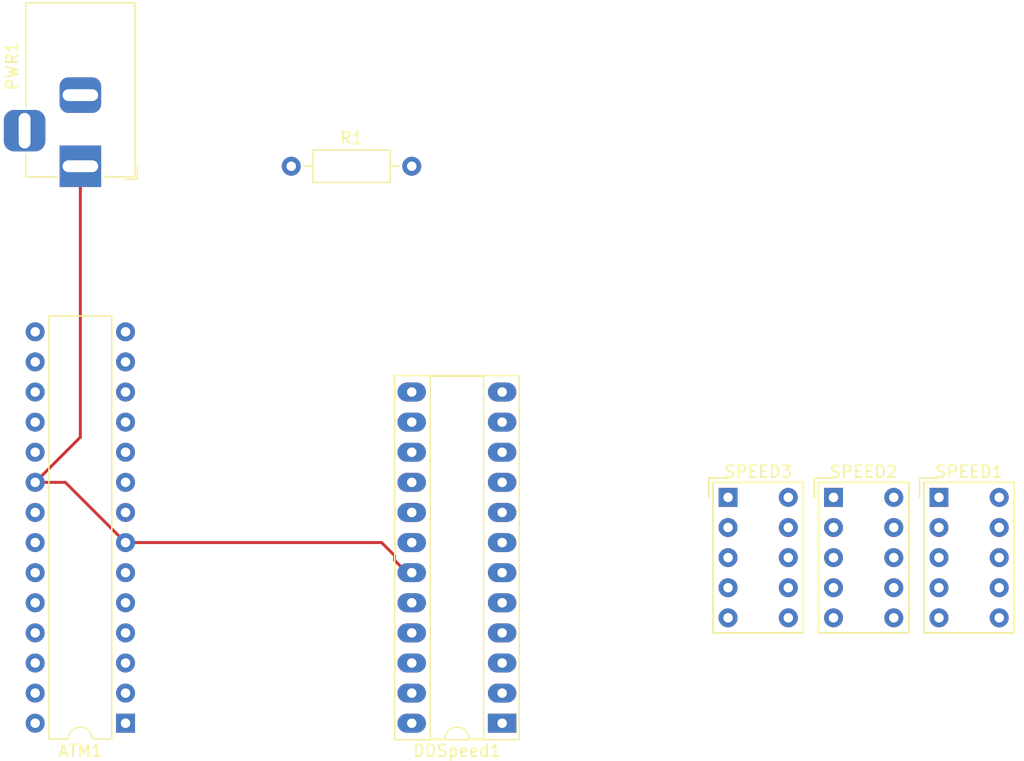
<source format=kicad_pcb>
(kicad_pcb (version 20171130) (host pcbnew 5.1.5+dfsg1-2build2)

  (general
    (thickness 1.6)
    (drawings 0)
    (tracks 9)
    (zones 0)
    (modules 7)
    (nets 45)
  )

  (page A4)
  (layers
    (0 F.Cu signal)
    (31 B.Cu signal)
    (32 B.Adhes user)
    (33 F.Adhes user)
    (34 B.Paste user)
    (35 F.Paste user)
    (36 B.SilkS user)
    (37 F.SilkS user)
    (38 B.Mask user)
    (39 F.Mask user)
    (40 Dwgs.User user)
    (41 Cmts.User user)
    (42 Eco1.User user)
    (43 Eco2.User user)
    (44 Edge.Cuts user)
    (45 Margin user)
    (46 B.CrtYd user)
    (47 F.CrtYd user)
    (48 B.Fab user)
    (49 F.Fab user)
  )

  (setup
    (last_trace_width 0.25)
    (trace_clearance 0.2)
    (zone_clearance 0.508)
    (zone_45_only no)
    (trace_min 0.2)
    (via_size 0.8)
    (via_drill 0.4)
    (via_min_size 0.4)
    (via_min_drill 0.3)
    (uvia_size 0.3)
    (uvia_drill 0.1)
    (uvias_allowed no)
    (uvia_min_size 0.2)
    (uvia_min_drill 0.1)
    (edge_width 0.1)
    (segment_width 0.2)
    (pcb_text_width 0.3)
    (pcb_text_size 1.5 1.5)
    (mod_edge_width 0.15)
    (mod_text_size 1 1)
    (mod_text_width 0.15)
    (pad_size 1.524 1.524)
    (pad_drill 0.762)
    (pad_to_mask_clearance 0)
    (aux_axis_origin 0 0)
    (visible_elements FFFFFF7F)
    (pcbplotparams
      (layerselection 0x010fc_ffffffff)
      (usegerberextensions false)
      (usegerberattributes false)
      (usegerberadvancedattributes false)
      (creategerberjobfile false)
      (excludeedgelayer true)
      (linewidth 0.100000)
      (plotframeref false)
      (viasonmask false)
      (mode 1)
      (useauxorigin false)
      (hpglpennumber 1)
      (hpglpenspeed 20)
      (hpglpendiameter 15.000000)
      (psnegative false)
      (psa4output false)
      (plotreference true)
      (plotvalue true)
      (plotinvisibletext false)
      (padsonsilk false)
      (subtractmaskfromsilk false)
      (outputformat 1)
      (mirror false)
      (drillshape 1)
      (scaleselection 1)
      (outputdirectory ""))
  )

  (net 0 "")
  (net 1 "Net-(ATM1-Pad1)")
  (net 2 "Net-(ATM1-Pad15)")
  (net 3 "Net-(ATM1-Pad2)")
  (net 4 "Net-(ATM1-Pad16)")
  (net 5 "Net-(ATM1-Pad3)")
  (net 6 "Net-(ATM1-Pad17)")
  (net 7 "Net-(ATM1-Pad4)")
  (net 8 "Net-(ATM1-Pad18)")
  (net 9 "Net-(ATM1-Pad5)")
  (net 10 "Net-(ATM1-Pad19)")
  (net 11 "Net-(ATM1-Pad6)")
  (net 12 "Net-(ATM1-Pad20)")
  (net 13 "Net-(ATM1-Pad21)")
  (net 14 GND)
  (net 15 "Net-(ATM1-Pad9)")
  (net 16 "Net-(ATM1-Pad23)")
  (net 17 "Net-(ATM1-Pad10)")
  (net 18 "Net-(ATM1-Pad24)")
  (net 19 "Net-(ATM1-Pad11)")
  (net 20 "Net-(ATM1-Pad25)")
  (net 21 "Net-(ATM1-Pad12)")
  (net 22 "Net-(ATM1-Pad26)")
  (net 23 "Net-(ATM1-Pad13)")
  (net 24 "Net-(ATM1-Pad27)")
  (net 25 "Net-(ATM1-Pad14)")
  (net 26 "Net-(ATM1-Pad28)")
  (net 27 "Net-(DDSpeed1-Pad2)")
  (net 28 /speedA)
  (net 29 "Net-(DDSpeed1-Pad3)")
  (net 30 /speedF)
  (net 31 /speedB)
  (net 32 "Net-(DDSpeed1-Pad5)")
  (net 33 /speedG)
  (net 34 "Net-(DDSpeed1-Pad6)")
  (net 35 "Net-(DDSpeed1-Pad18)")
  (net 36 "Net-(DDSpeed1-Pad7)")
  (net 37 "Net-(DDSpeed1-Pad8)")
  (net 38 /speedC)
  (net 39 /speedE)
  (net 40 "Net-(DDSpeed1-Pad10)")
  (net 41 /speedDP)
  (net 42 "Net-(DDSpeed1-Pad11)")
  (net 43 /speedD)
  (net 44 "Net-(DDSpeed1-Pad24)")

  (net_class Default "Ceci est la Netclass par défaut."
    (clearance 0.2)
    (trace_width 0.25)
    (via_dia 0.8)
    (via_drill 0.4)
    (uvia_dia 0.3)
    (uvia_drill 0.1)
    (add_net /speedA)
    (add_net /speedB)
    (add_net /speedC)
    (add_net /speedD)
    (add_net /speedDP)
    (add_net /speedE)
    (add_net /speedF)
    (add_net /speedG)
    (add_net GND)
    (add_net "Net-(ATM1-Pad1)")
    (add_net "Net-(ATM1-Pad10)")
    (add_net "Net-(ATM1-Pad11)")
    (add_net "Net-(ATM1-Pad12)")
    (add_net "Net-(ATM1-Pad13)")
    (add_net "Net-(ATM1-Pad14)")
    (add_net "Net-(ATM1-Pad15)")
    (add_net "Net-(ATM1-Pad16)")
    (add_net "Net-(ATM1-Pad17)")
    (add_net "Net-(ATM1-Pad18)")
    (add_net "Net-(ATM1-Pad19)")
    (add_net "Net-(ATM1-Pad2)")
    (add_net "Net-(ATM1-Pad20)")
    (add_net "Net-(ATM1-Pad21)")
    (add_net "Net-(ATM1-Pad23)")
    (add_net "Net-(ATM1-Pad24)")
    (add_net "Net-(ATM1-Pad25)")
    (add_net "Net-(ATM1-Pad26)")
    (add_net "Net-(ATM1-Pad27)")
    (add_net "Net-(ATM1-Pad28)")
    (add_net "Net-(ATM1-Pad3)")
    (add_net "Net-(ATM1-Pad4)")
    (add_net "Net-(ATM1-Pad5)")
    (add_net "Net-(ATM1-Pad6)")
    (add_net "Net-(ATM1-Pad9)")
    (add_net "Net-(DDSpeed1-Pad10)")
    (add_net "Net-(DDSpeed1-Pad11)")
    (add_net "Net-(DDSpeed1-Pad18)")
    (add_net "Net-(DDSpeed1-Pad2)")
    (add_net "Net-(DDSpeed1-Pad24)")
    (add_net "Net-(DDSpeed1-Pad3)")
    (add_net "Net-(DDSpeed1-Pad5)")
    (add_net "Net-(DDSpeed1-Pad6)")
    (add_net "Net-(DDSpeed1-Pad7)")
    (add_net "Net-(DDSpeed1-Pad8)")
  )

  (module Package_DIP:DIP-28_W7.62mm (layer F.Cu) (tedit 5A02E8C5) (tstamp 6020310E)
    (at 96.52 99.06 180)
    (descr "28-lead though-hole mounted DIP package, row spacing 7.62 mm (300 mils)")
    (tags "THT DIP DIL PDIP 2.54mm 7.62mm 300mil")
    (path /602003D1)
    (fp_text reference ATM1 (at 3.81 -2.33) (layer F.SilkS)
      (effects (font (size 1 1) (thickness 0.15)))
    )
    (fp_text value ATmega328P-PU (at 3.81 35.35) (layer F.Fab)
      (effects (font (size 1 1) (thickness 0.15)))
    )
    (fp_arc (start 3.81 -1.33) (end 2.81 -1.33) (angle -180) (layer F.SilkS) (width 0.12))
    (fp_line (start 1.635 -1.27) (end 6.985 -1.27) (layer F.Fab) (width 0.1))
    (fp_line (start 6.985 -1.27) (end 6.985 34.29) (layer F.Fab) (width 0.1))
    (fp_line (start 6.985 34.29) (end 0.635 34.29) (layer F.Fab) (width 0.1))
    (fp_line (start 0.635 34.29) (end 0.635 -0.27) (layer F.Fab) (width 0.1))
    (fp_line (start 0.635 -0.27) (end 1.635 -1.27) (layer F.Fab) (width 0.1))
    (fp_line (start 2.81 -1.33) (end 1.16 -1.33) (layer F.SilkS) (width 0.12))
    (fp_line (start 1.16 -1.33) (end 1.16 34.35) (layer F.SilkS) (width 0.12))
    (fp_line (start 1.16 34.35) (end 6.46 34.35) (layer F.SilkS) (width 0.12))
    (fp_line (start 6.46 34.35) (end 6.46 -1.33) (layer F.SilkS) (width 0.12))
    (fp_line (start 6.46 -1.33) (end 4.81 -1.33) (layer F.SilkS) (width 0.12))
    (fp_line (start -1.1 -1.55) (end -1.1 34.55) (layer F.CrtYd) (width 0.05))
    (fp_line (start -1.1 34.55) (end 8.7 34.55) (layer F.CrtYd) (width 0.05))
    (fp_line (start 8.7 34.55) (end 8.7 -1.55) (layer F.CrtYd) (width 0.05))
    (fp_line (start 8.7 -1.55) (end -1.1 -1.55) (layer F.CrtYd) (width 0.05))
    (fp_text user %R (at 3.81 16.51) (layer F.Fab)
      (effects (font (size 1 1) (thickness 0.15)))
    )
    (pad 1 thru_hole rect (at 0 0 180) (size 1.6 1.6) (drill 0.8) (layers *.Cu *.Mask)
      (net 1 "Net-(ATM1-Pad1)"))
    (pad 15 thru_hole oval (at 7.62 33.02 180) (size 1.6 1.6) (drill 0.8) (layers *.Cu *.Mask)
      (net 2 "Net-(ATM1-Pad15)"))
    (pad 2 thru_hole oval (at 0 2.54 180) (size 1.6 1.6) (drill 0.8) (layers *.Cu *.Mask)
      (net 3 "Net-(ATM1-Pad2)"))
    (pad 16 thru_hole oval (at 7.62 30.48 180) (size 1.6 1.6) (drill 0.8) (layers *.Cu *.Mask)
      (net 4 "Net-(ATM1-Pad16)"))
    (pad 3 thru_hole oval (at 0 5.08 180) (size 1.6 1.6) (drill 0.8) (layers *.Cu *.Mask)
      (net 5 "Net-(ATM1-Pad3)"))
    (pad 17 thru_hole oval (at 7.62 27.94 180) (size 1.6 1.6) (drill 0.8) (layers *.Cu *.Mask)
      (net 6 "Net-(ATM1-Pad17)"))
    (pad 4 thru_hole oval (at 0 7.62 180) (size 1.6 1.6) (drill 0.8) (layers *.Cu *.Mask)
      (net 7 "Net-(ATM1-Pad4)"))
    (pad 18 thru_hole oval (at 7.62 25.4 180) (size 1.6 1.6) (drill 0.8) (layers *.Cu *.Mask)
      (net 8 "Net-(ATM1-Pad18)"))
    (pad 5 thru_hole oval (at 0 10.16 180) (size 1.6 1.6) (drill 0.8) (layers *.Cu *.Mask)
      (net 9 "Net-(ATM1-Pad5)"))
    (pad 19 thru_hole oval (at 7.62 22.86 180) (size 1.6 1.6) (drill 0.8) (layers *.Cu *.Mask)
      (net 10 "Net-(ATM1-Pad19)"))
    (pad 6 thru_hole oval (at 0 12.7 180) (size 1.6 1.6) (drill 0.8) (layers *.Cu *.Mask)
      (net 11 "Net-(ATM1-Pad6)"))
    (pad 20 thru_hole oval (at 7.62 20.32 180) (size 1.6 1.6) (drill 0.8) (layers *.Cu *.Mask)
      (net 12 "Net-(ATM1-Pad20)"))
    (pad 7 thru_hole oval (at 0 15.24 180) (size 1.6 1.6) (drill 0.8) (layers *.Cu *.Mask)
      (net 12 "Net-(ATM1-Pad20)"))
    (pad 21 thru_hole oval (at 7.62 17.78 180) (size 1.6 1.6) (drill 0.8) (layers *.Cu *.Mask)
      (net 13 "Net-(ATM1-Pad21)"))
    (pad 8 thru_hole oval (at 0 17.78 180) (size 1.6 1.6) (drill 0.8) (layers *.Cu *.Mask)
      (net 14 GND))
    (pad 22 thru_hole oval (at 7.62 15.24 180) (size 1.6 1.6) (drill 0.8) (layers *.Cu *.Mask)
      (net 14 GND))
    (pad 9 thru_hole oval (at 0 20.32 180) (size 1.6 1.6) (drill 0.8) (layers *.Cu *.Mask)
      (net 15 "Net-(ATM1-Pad9)"))
    (pad 23 thru_hole oval (at 7.62 12.7 180) (size 1.6 1.6) (drill 0.8) (layers *.Cu *.Mask)
      (net 16 "Net-(ATM1-Pad23)"))
    (pad 10 thru_hole oval (at 0 22.86 180) (size 1.6 1.6) (drill 0.8) (layers *.Cu *.Mask)
      (net 17 "Net-(ATM1-Pad10)"))
    (pad 24 thru_hole oval (at 7.62 10.16 180) (size 1.6 1.6) (drill 0.8) (layers *.Cu *.Mask)
      (net 18 "Net-(ATM1-Pad24)"))
    (pad 11 thru_hole oval (at 0 25.4 180) (size 1.6 1.6) (drill 0.8) (layers *.Cu *.Mask)
      (net 19 "Net-(ATM1-Pad11)"))
    (pad 25 thru_hole oval (at 7.62 7.62 180) (size 1.6 1.6) (drill 0.8) (layers *.Cu *.Mask)
      (net 20 "Net-(ATM1-Pad25)"))
    (pad 12 thru_hole oval (at 0 27.94 180) (size 1.6 1.6) (drill 0.8) (layers *.Cu *.Mask)
      (net 21 "Net-(ATM1-Pad12)"))
    (pad 26 thru_hole oval (at 7.62 5.08 180) (size 1.6 1.6) (drill 0.8) (layers *.Cu *.Mask)
      (net 22 "Net-(ATM1-Pad26)"))
    (pad 13 thru_hole oval (at 0 30.48 180) (size 1.6 1.6) (drill 0.8) (layers *.Cu *.Mask)
      (net 23 "Net-(ATM1-Pad13)"))
    (pad 27 thru_hole oval (at 7.62 2.54 180) (size 1.6 1.6) (drill 0.8) (layers *.Cu *.Mask)
      (net 24 "Net-(ATM1-Pad27)"))
    (pad 14 thru_hole oval (at 0 33.02 180) (size 1.6 1.6) (drill 0.8) (layers *.Cu *.Mask)
      (net 25 "Net-(ATM1-Pad14)"))
    (pad 28 thru_hole oval (at 7.62 0 180) (size 1.6 1.6) (drill 0.8) (layers *.Cu *.Mask)
      (net 26 "Net-(ATM1-Pad28)"))
    (model ${KISYS3DMOD}/Package_DIP.3dshapes/DIP-28_W7.62mm.wrl
      (at (xyz 0 0 0))
      (scale (xyz 1 1 1))
      (rotate (xyz 0 0 0))
    )
  )

  (module Package_DIP:DIP-24_W7.62mm_Socket_LongPads (layer F.Cu) (tedit 5A02E8C5) (tstamp 60203142)
    (at 128.27 99.06 180)
    (descr "24-lead though-hole mounted DIP package, row spacing 7.62 mm (300 mils), Socket, LongPads")
    (tags "THT DIP DIL PDIP 2.54mm 7.62mm 300mil Socket LongPads")
    (path /60216A68)
    (fp_text reference DDSpeed1 (at 3.81 -2.33) (layer F.SilkS)
      (effects (font (size 1 1) (thickness 0.15)))
    )
    (fp_text value MAX7219 (at 3.81 30.27) (layer F.Fab)
      (effects (font (size 1 1) (thickness 0.15)))
    )
    (fp_arc (start 3.81 -1.33) (end 2.81 -1.33) (angle -180) (layer F.SilkS) (width 0.12))
    (fp_line (start 1.635 -1.27) (end 6.985 -1.27) (layer F.Fab) (width 0.1))
    (fp_line (start 6.985 -1.27) (end 6.985 29.21) (layer F.Fab) (width 0.1))
    (fp_line (start 6.985 29.21) (end 0.635 29.21) (layer F.Fab) (width 0.1))
    (fp_line (start 0.635 29.21) (end 0.635 -0.27) (layer F.Fab) (width 0.1))
    (fp_line (start 0.635 -0.27) (end 1.635 -1.27) (layer F.Fab) (width 0.1))
    (fp_line (start -1.27 -1.33) (end -1.27 29.27) (layer F.Fab) (width 0.1))
    (fp_line (start -1.27 29.27) (end 8.89 29.27) (layer F.Fab) (width 0.1))
    (fp_line (start 8.89 29.27) (end 8.89 -1.33) (layer F.Fab) (width 0.1))
    (fp_line (start 8.89 -1.33) (end -1.27 -1.33) (layer F.Fab) (width 0.1))
    (fp_line (start 2.81 -1.33) (end 1.56 -1.33) (layer F.SilkS) (width 0.12))
    (fp_line (start 1.56 -1.33) (end 1.56 29.27) (layer F.SilkS) (width 0.12))
    (fp_line (start 1.56 29.27) (end 6.06 29.27) (layer F.SilkS) (width 0.12))
    (fp_line (start 6.06 29.27) (end 6.06 -1.33) (layer F.SilkS) (width 0.12))
    (fp_line (start 6.06 -1.33) (end 4.81 -1.33) (layer F.SilkS) (width 0.12))
    (fp_line (start -1.44 -1.39) (end -1.44 29.33) (layer F.SilkS) (width 0.12))
    (fp_line (start -1.44 29.33) (end 9.06 29.33) (layer F.SilkS) (width 0.12))
    (fp_line (start 9.06 29.33) (end 9.06 -1.39) (layer F.SilkS) (width 0.12))
    (fp_line (start 9.06 -1.39) (end -1.44 -1.39) (layer F.SilkS) (width 0.12))
    (fp_line (start -1.55 -1.6) (end -1.55 29.55) (layer F.CrtYd) (width 0.05))
    (fp_line (start -1.55 29.55) (end 9.15 29.55) (layer F.CrtYd) (width 0.05))
    (fp_line (start 9.15 29.55) (end 9.15 -1.6) (layer F.CrtYd) (width 0.05))
    (fp_line (start 9.15 -1.6) (end -1.55 -1.6) (layer F.CrtYd) (width 0.05))
    (fp_text user %R (at 3.81 13.97) (layer F.Fab)
      (effects (font (size 1 1) (thickness 0.15)))
    )
    (pad 1 thru_hole rect (at 0 0 180) (size 2.4 1.6) (drill 0.8) (layers *.Cu *.Mask)
      (net 21 "Net-(ATM1-Pad12)"))
    (pad 13 thru_hole oval (at 7.62 27.94 180) (size 2.4 1.6) (drill 0.8) (layers *.Cu *.Mask)
      (net 19 "Net-(ATM1-Pad11)"))
    (pad 2 thru_hole oval (at 0 2.54 180) (size 2.4 1.6) (drill 0.8) (layers *.Cu *.Mask)
      (net 27 "Net-(DDSpeed1-Pad2)"))
    (pad 14 thru_hole oval (at 7.62 25.4 180) (size 2.4 1.6) (drill 0.8) (layers *.Cu *.Mask)
      (net 28 /speedA))
    (pad 3 thru_hole oval (at 0 5.08 180) (size 2.4 1.6) (drill 0.8) (layers *.Cu *.Mask)
      (net 29 "Net-(DDSpeed1-Pad3)"))
    (pad 15 thru_hole oval (at 7.62 22.86 180) (size 2.4 1.6) (drill 0.8) (layers *.Cu *.Mask)
      (net 30 /speedF))
    (pad 4 thru_hole oval (at 0 7.62 180) (size 2.4 1.6) (drill 0.8) (layers *.Cu *.Mask)
      (net 14 GND))
    (pad 16 thru_hole oval (at 7.62 20.32 180) (size 2.4 1.6) (drill 0.8) (layers *.Cu *.Mask)
      (net 31 /speedB))
    (pad 5 thru_hole oval (at 0 10.16 180) (size 2.4 1.6) (drill 0.8) (layers *.Cu *.Mask)
      (net 32 "Net-(DDSpeed1-Pad5)"))
    (pad 17 thru_hole oval (at 7.62 17.78 180) (size 2.4 1.6) (drill 0.8) (layers *.Cu *.Mask)
      (net 33 /speedG))
    (pad 6 thru_hole oval (at 0 12.7 180) (size 2.4 1.6) (drill 0.8) (layers *.Cu *.Mask)
      (net 34 "Net-(DDSpeed1-Pad6)"))
    (pad 18 thru_hole oval (at 7.62 15.24 180) (size 2.4 1.6) (drill 0.8) (layers *.Cu *.Mask)
      (net 35 "Net-(DDSpeed1-Pad18)"))
    (pad 7 thru_hole oval (at 0 15.24 180) (size 2.4 1.6) (drill 0.8) (layers *.Cu *.Mask)
      (net 36 "Net-(DDSpeed1-Pad7)"))
    (pad 19 thru_hole oval (at 7.62 12.7 180) (size 2.4 1.6) (drill 0.8) (layers *.Cu *.Mask)
      (net 12 "Net-(ATM1-Pad20)"))
    (pad 8 thru_hole oval (at 0 17.78 180) (size 2.4 1.6) (drill 0.8) (layers *.Cu *.Mask)
      (net 37 "Net-(DDSpeed1-Pad8)"))
    (pad 20 thru_hole oval (at 7.62 10.16 180) (size 2.4 1.6) (drill 0.8) (layers *.Cu *.Mask)
      (net 38 /speedC))
    (pad 9 thru_hole oval (at 0 20.32 180) (size 2.4 1.6) (drill 0.8) (layers *.Cu *.Mask)
      (net 14 GND))
    (pad 21 thru_hole oval (at 7.62 7.62 180) (size 2.4 1.6) (drill 0.8) (layers *.Cu *.Mask)
      (net 39 /speedE))
    (pad 10 thru_hole oval (at 0 22.86 180) (size 2.4 1.6) (drill 0.8) (layers *.Cu *.Mask)
      (net 40 "Net-(DDSpeed1-Pad10)"))
    (pad 22 thru_hole oval (at 7.62 5.08 180) (size 2.4 1.6) (drill 0.8) (layers *.Cu *.Mask)
      (net 41 /speedDP))
    (pad 11 thru_hole oval (at 0 25.4 180) (size 2.4 1.6) (drill 0.8) (layers *.Cu *.Mask)
      (net 42 "Net-(DDSpeed1-Pad11)"))
    (pad 23 thru_hole oval (at 7.62 2.54 180) (size 2.4 1.6) (drill 0.8) (layers *.Cu *.Mask)
      (net 43 /speedD))
    (pad 12 thru_hole oval (at 0 27.94 180) (size 2.4 1.6) (drill 0.8) (layers *.Cu *.Mask)
      (net 17 "Net-(ATM1-Pad10)"))
    (pad 24 thru_hole oval (at 7.62 0 180) (size 2.4 1.6) (drill 0.8) (layers *.Cu *.Mask)
      (net 44 "Net-(DDSpeed1-Pad24)"))
    (model ${KISYS3DMOD}/Package_DIP.3dshapes/DIP-24_W7.62mm_Socket.wrl
      (at (xyz 0 0 0))
      (scale (xyz 1 1 1))
      (rotate (xyz 0 0 0))
    )
  )

  (module Connector_BarrelJack:BarrelJack_Horizontal (layer F.Cu) (tedit 5A1DBF6A) (tstamp 60203165)
    (at 92.71 52.07 270)
    (descr "DC Barrel Jack")
    (tags "Power Jack")
    (path /60206CC6)
    (fp_text reference PWR1 (at -8.45 5.75 90) (layer F.SilkS)
      (effects (font (size 1 1) (thickness 0.15)))
    )
    (fp_text value Conn_Coaxial_Power (at -6.2 -5.5 90) (layer F.Fab)
      (effects (font (size 1 1) (thickness 0.15)))
    )
    (fp_text user %R (at -3 -2.95 90) (layer F.Fab)
      (effects (font (size 1 1) (thickness 0.15)))
    )
    (fp_line (start -0.003213 -4.505425) (end 0.8 -3.75) (layer F.Fab) (width 0.1))
    (fp_line (start 1.1 -3.75) (end 1.1 -4.8) (layer F.SilkS) (width 0.12))
    (fp_line (start 0.05 -4.8) (end 1.1 -4.8) (layer F.SilkS) (width 0.12))
    (fp_line (start 1 -4.5) (end 1 -4.75) (layer F.CrtYd) (width 0.05))
    (fp_line (start 1 -4.75) (end -14 -4.75) (layer F.CrtYd) (width 0.05))
    (fp_line (start 1 -4.5) (end 1 -2) (layer F.CrtYd) (width 0.05))
    (fp_line (start 1 -2) (end 2 -2) (layer F.CrtYd) (width 0.05))
    (fp_line (start 2 -2) (end 2 2) (layer F.CrtYd) (width 0.05))
    (fp_line (start 2 2) (end 1 2) (layer F.CrtYd) (width 0.05))
    (fp_line (start 1 2) (end 1 4.75) (layer F.CrtYd) (width 0.05))
    (fp_line (start 1 4.75) (end -1 4.75) (layer F.CrtYd) (width 0.05))
    (fp_line (start -1 4.75) (end -1 6.75) (layer F.CrtYd) (width 0.05))
    (fp_line (start -1 6.75) (end -5 6.75) (layer F.CrtYd) (width 0.05))
    (fp_line (start -5 6.75) (end -5 4.75) (layer F.CrtYd) (width 0.05))
    (fp_line (start -5 4.75) (end -14 4.75) (layer F.CrtYd) (width 0.05))
    (fp_line (start -14 4.75) (end -14 -4.75) (layer F.CrtYd) (width 0.05))
    (fp_line (start -5 4.6) (end -13.8 4.6) (layer F.SilkS) (width 0.12))
    (fp_line (start -13.8 4.6) (end -13.8 -4.6) (layer F.SilkS) (width 0.12))
    (fp_line (start 0.9 1.9) (end 0.9 4.6) (layer F.SilkS) (width 0.12))
    (fp_line (start 0.9 4.6) (end -1 4.6) (layer F.SilkS) (width 0.12))
    (fp_line (start -13.8 -4.6) (end 0.9 -4.6) (layer F.SilkS) (width 0.12))
    (fp_line (start 0.9 -4.6) (end 0.9 -2) (layer F.SilkS) (width 0.12))
    (fp_line (start -10.2 -4.5) (end -10.2 4.5) (layer F.Fab) (width 0.1))
    (fp_line (start -13.7 -4.5) (end -13.7 4.5) (layer F.Fab) (width 0.1))
    (fp_line (start -13.7 4.5) (end 0.8 4.5) (layer F.Fab) (width 0.1))
    (fp_line (start 0.8 4.5) (end 0.8 -3.75) (layer F.Fab) (width 0.1))
    (fp_line (start 0 -4.5) (end -13.7 -4.5) (layer F.Fab) (width 0.1))
    (pad 1 thru_hole rect (at 0 0 270) (size 3.5 3.5) (drill oval 1 3) (layers *.Cu *.Mask)
      (net 12 "Net-(ATM1-Pad20)"))
    (pad 2 thru_hole roundrect (at -6 0 270) (size 3 3.5) (drill oval 1 3) (layers *.Cu *.Mask) (roundrect_rratio 0.25)
      (net 14 GND))
    (pad 3 thru_hole roundrect (at -3 4.7 270) (size 3.5 3.5) (drill oval 3 1) (layers *.Cu *.Mask) (roundrect_rratio 0.25))
    (model ${KISYS3DMOD}/Connector_BarrelJack.3dshapes/BarrelJack_Horizontal.wrl
      (at (xyz 0 0 0))
      (scale (xyz 1 1 1))
      (rotate (xyz 0 0 0))
    )
  )

  (module Resistor_THT:R_Axial_DIN0207_L6.3mm_D2.5mm_P10.16mm_Horizontal (layer F.Cu) (tedit 5AE5139B) (tstamp 60203C16)
    (at 110.49 52.07)
    (descr "Resistor, Axial_DIN0207 series, Axial, Horizontal, pin pitch=10.16mm, 0.25W = 1/4W, length*diameter=6.3*2.5mm^2, http://cdn-reichelt.de/documents/datenblatt/B400/1_4W%23YAG.pdf")
    (tags "Resistor Axial_DIN0207 series Axial Horizontal pin pitch 10.16mm 0.25W = 1/4W length 6.3mm diameter 2.5mm")
    (path /60274206)
    (fp_text reference R1 (at 5.08 -2.37) (layer F.SilkS)
      (effects (font (size 1 1) (thickness 0.15)))
    )
    (fp_text value 9,53ohms (at 5.08 2.37) (layer F.Fab)
      (effects (font (size 1 1) (thickness 0.15)))
    )
    (fp_line (start 1.93 -1.25) (end 1.93 1.25) (layer F.Fab) (width 0.1))
    (fp_line (start 1.93 1.25) (end 8.23 1.25) (layer F.Fab) (width 0.1))
    (fp_line (start 8.23 1.25) (end 8.23 -1.25) (layer F.Fab) (width 0.1))
    (fp_line (start 8.23 -1.25) (end 1.93 -1.25) (layer F.Fab) (width 0.1))
    (fp_line (start 0 0) (end 1.93 0) (layer F.Fab) (width 0.1))
    (fp_line (start 10.16 0) (end 8.23 0) (layer F.Fab) (width 0.1))
    (fp_line (start 1.81 -1.37) (end 1.81 1.37) (layer F.SilkS) (width 0.12))
    (fp_line (start 1.81 1.37) (end 8.35 1.37) (layer F.SilkS) (width 0.12))
    (fp_line (start 8.35 1.37) (end 8.35 -1.37) (layer F.SilkS) (width 0.12))
    (fp_line (start 8.35 -1.37) (end 1.81 -1.37) (layer F.SilkS) (width 0.12))
    (fp_line (start 1.04 0) (end 1.81 0) (layer F.SilkS) (width 0.12))
    (fp_line (start 9.12 0) (end 8.35 0) (layer F.SilkS) (width 0.12))
    (fp_line (start -1.05 -1.5) (end -1.05 1.5) (layer F.CrtYd) (width 0.05))
    (fp_line (start -1.05 1.5) (end 11.21 1.5) (layer F.CrtYd) (width 0.05))
    (fp_line (start 11.21 1.5) (end 11.21 -1.5) (layer F.CrtYd) (width 0.05))
    (fp_line (start 11.21 -1.5) (end -1.05 -1.5) (layer F.CrtYd) (width 0.05))
    (fp_text user %R (at 5.08 0) (layer F.Fab)
      (effects (font (size 1 1) (thickness 0.15)))
    )
    (pad 1 thru_hole circle (at 0 0) (size 1.6 1.6) (drill 0.8) (layers *.Cu *.Mask)
      (net 12 "Net-(ATM1-Pad20)"))
    (pad 2 thru_hole oval (at 10.16 0) (size 1.6 1.6) (drill 0.8) (layers *.Cu *.Mask)
      (net 35 "Net-(DDSpeed1-Pad18)"))
    (model ${KISYS3DMOD}/Resistor_THT.3dshapes/R_Axial_DIN0207_L6.3mm_D2.5mm_P10.16mm_Horizontal.wrl
      (at (xyz 0 0 0))
      (scale (xyz 1 1 1))
      (rotate (xyz 0 0 0))
    )
  )

  (module Display_7Segment:HDSP-7401 (layer F.Cu) (tedit 5A9EC768) (tstamp 6020319A)
    (at 165.1 80.01)
    (descr "One digit 7 segment yellow, https://docs.broadcom.com/docs/AV02-2553EN")
    (tags "One digit 7 segment yellow")
    (path /6022556F)
    (fp_text reference SPEED1 (at 2.54 -2.159) (layer F.SilkS)
      (effects (font (size 1 1) (thickness 0.15)))
    )
    (fp_text value HDSP-7403 (at 2.54 12.7) (layer F.Fab)
      (effects (font (size 1 1) (thickness 0.15)))
    )
    (fp_line (start -1.5 -1.5) (end 6.6 -1.5) (layer F.CrtYd) (width 0.05))
    (fp_line (start -1.5 11.7) (end -1.5 -1.5) (layer F.CrtYd) (width 0.05))
    (fp_line (start 6.6 11.7) (end -1.5 11.7) (layer F.CrtYd) (width 0.05))
    (fp_line (start 6.6 -1.5) (end 6.6 11.7) (layer F.CrtYd) (width 0.05))
    (fp_line (start -0.1 -1.1) (end 6.2 -1.1) (layer F.Fab) (width 0.1))
    (fp_line (start -1.1 -0.1) (end -0.1 -1.1) (layer F.Fab) (width 0.1))
    (fp_line (start -1.1 11.3) (end -1.1 -0.1) (layer F.Fab) (width 0.1))
    (fp_line (start 6.2 11.3) (end -1.1 11.3) (layer F.Fab) (width 0.1))
    (fp_line (start 6.2 -1.1) (end 6.2 11.3) (layer F.Fab) (width 0.1))
    (fp_line (start 6.35 11.43) (end 6.35 -1.27) (layer F.SilkS) (width 0.15))
    (fp_line (start -1.27 11.43) (end 6.35 11.43) (layer F.SilkS) (width 0.15))
    (fp_line (start -1.27 -1.27) (end -1.27 11.43) (layer F.SilkS) (width 0.15))
    (fp_line (start 6.35 -1.27) (end -1.27 -1.27) (layer F.SilkS) (width 0.15))
    (fp_text user %R (at 2.573 5.08) (layer F.Fab)
      (effects (font (size 1 1) (thickness 0.15)))
    )
    (fp_line (start -1.63 0) (end -1.63 -1.63) (layer F.SilkS) (width 0.12))
    (fp_line (start -1.63 -1.63) (end 0 -1.63) (layer F.SilkS) (width 0.12))
    (pad 1 thru_hole rect (at 0 0) (size 1.6 1.6) (drill 0.8) (layers *.Cu *.Mask)
      (net 34 "Net-(DDSpeed1-Pad6)"))
    (pad 2 thru_hole circle (at 0 2.54) (size 1.6 1.6) (drill 0.8) (layers *.Cu *.Mask)
      (net 30 /speedF))
    (pad 3 thru_hole circle (at 0 5.08) (size 1.6 1.6) (drill 0.8) (layers *.Cu *.Mask)
      (net 33 /speedG))
    (pad 4 thru_hole circle (at 0 7.62) (size 1.6 1.6) (drill 0.8) (layers *.Cu *.Mask)
      (net 39 /speedE))
    (pad 5 thru_hole circle (at 0 10.16) (size 1.6 1.6) (drill 0.8) (layers *.Cu *.Mask)
      (net 43 /speedD))
    (pad 6 thru_hole circle (at 5.08 10.16) (size 1.6 1.6) (drill 0.8) (layers *.Cu *.Mask)
      (net 34 "Net-(DDSpeed1-Pad6)"))
    (pad 7 thru_hole circle (at 5.08 7.62) (size 1.6 1.6) (drill 0.8) (layers *.Cu *.Mask)
      (net 41 /speedDP))
    (pad 8 thru_hole circle (at 5.08 5.08) (size 1.6 1.6) (drill 0.8) (layers *.Cu *.Mask)
      (net 38 /speedC))
    (pad 9 thru_hole circle (at 5.08 2.54) (size 1.6 1.6) (drill 0.8) (layers *.Cu *.Mask)
      (net 31 /speedB))
    (pad 10 thru_hole circle (at 5.08 0) (size 1.6 1.6) (drill 0.8) (layers *.Cu *.Mask)
      (net 28 /speedA))
    (model ${KISYS3DMOD}/Display_7Segment.3dshapes/HDSP-7401.wrl
      (at (xyz 0 0 0))
      (scale (xyz 1 1 1))
      (rotate (xyz 0 0 0))
    )
  )

  (module Display_7Segment:HDSP-7401 (layer F.Cu) (tedit 5A9EC768) (tstamp 602031B8)
    (at 156.21 80.01)
    (descr "One digit 7 segment yellow, https://docs.broadcom.com/docs/AV02-2553EN")
    (tags "One digit 7 segment yellow")
    (path /6022123E)
    (fp_text reference SPEED2 (at 2.54 -2.159) (layer F.SilkS)
      (effects (font (size 1 1) (thickness 0.15)))
    )
    (fp_text value HDSP-7403 (at 2.54 12.7) (layer F.Fab)
      (effects (font (size 1 1) (thickness 0.15)))
    )
    (fp_line (start -1.63 -1.63) (end 0 -1.63) (layer F.SilkS) (width 0.12))
    (fp_line (start -1.63 0) (end -1.63 -1.63) (layer F.SilkS) (width 0.12))
    (fp_text user %R (at 2.573 5.08) (layer F.Fab)
      (effects (font (size 1 1) (thickness 0.15)))
    )
    (fp_line (start 6.35 -1.27) (end -1.27 -1.27) (layer F.SilkS) (width 0.15))
    (fp_line (start -1.27 -1.27) (end -1.27 11.43) (layer F.SilkS) (width 0.15))
    (fp_line (start -1.27 11.43) (end 6.35 11.43) (layer F.SilkS) (width 0.15))
    (fp_line (start 6.35 11.43) (end 6.35 -1.27) (layer F.SilkS) (width 0.15))
    (fp_line (start 6.2 -1.1) (end 6.2 11.3) (layer F.Fab) (width 0.1))
    (fp_line (start 6.2 11.3) (end -1.1 11.3) (layer F.Fab) (width 0.1))
    (fp_line (start -1.1 11.3) (end -1.1 -0.1) (layer F.Fab) (width 0.1))
    (fp_line (start -1.1 -0.1) (end -0.1 -1.1) (layer F.Fab) (width 0.1))
    (fp_line (start -0.1 -1.1) (end 6.2 -1.1) (layer F.Fab) (width 0.1))
    (fp_line (start 6.6 -1.5) (end 6.6 11.7) (layer F.CrtYd) (width 0.05))
    (fp_line (start 6.6 11.7) (end -1.5 11.7) (layer F.CrtYd) (width 0.05))
    (fp_line (start -1.5 11.7) (end -1.5 -1.5) (layer F.CrtYd) (width 0.05))
    (fp_line (start -1.5 -1.5) (end 6.6 -1.5) (layer F.CrtYd) (width 0.05))
    (pad 10 thru_hole circle (at 5.08 0) (size 1.6 1.6) (drill 0.8) (layers *.Cu *.Mask)
      (net 28 /speedA))
    (pad 9 thru_hole circle (at 5.08 2.54) (size 1.6 1.6) (drill 0.8) (layers *.Cu *.Mask)
      (net 31 /speedB))
    (pad 8 thru_hole circle (at 5.08 5.08) (size 1.6 1.6) (drill 0.8) (layers *.Cu *.Mask)
      (net 38 /speedC))
    (pad 7 thru_hole circle (at 5.08 7.62) (size 1.6 1.6) (drill 0.8) (layers *.Cu *.Mask)
      (net 41 /speedDP))
    (pad 6 thru_hole circle (at 5.08 10.16) (size 1.6 1.6) (drill 0.8) (layers *.Cu *.Mask)
      (net 42 "Net-(DDSpeed1-Pad11)"))
    (pad 5 thru_hole circle (at 0 10.16) (size 1.6 1.6) (drill 0.8) (layers *.Cu *.Mask)
      (net 43 /speedD))
    (pad 4 thru_hole circle (at 0 7.62) (size 1.6 1.6) (drill 0.8) (layers *.Cu *.Mask)
      (net 39 /speedE))
    (pad 3 thru_hole circle (at 0 5.08) (size 1.6 1.6) (drill 0.8) (layers *.Cu *.Mask)
      (net 33 /speedG))
    (pad 2 thru_hole circle (at 0 2.54) (size 1.6 1.6) (drill 0.8) (layers *.Cu *.Mask)
      (net 30 /speedF))
    (pad 1 thru_hole rect (at 0 0) (size 1.6 1.6) (drill 0.8) (layers *.Cu *.Mask)
      (net 42 "Net-(DDSpeed1-Pad11)"))
    (model ${KISYS3DMOD}/Display_7Segment.3dshapes/HDSP-7401.wrl
      (at (xyz 0 0 0))
      (scale (xyz 1 1 1))
      (rotate (xyz 0 0 0))
    )
  )

  (module Display_7Segment:HDSP-7401 (layer F.Cu) (tedit 5A9EC768) (tstamp 602031D6)
    (at 147.32 80.01)
    (descr "One digit 7 segment yellow, https://docs.broadcom.com/docs/AV02-2553EN")
    (tags "One digit 7 segment yellow")
    (path /6021EE5F)
    (fp_text reference SPEED3 (at 2.54 -2.159) (layer F.SilkS)
      (effects (font (size 1 1) (thickness 0.15)))
    )
    (fp_text value HDSP-7403 (at 2.54 12.7) (layer F.Fab)
      (effects (font (size 1 1) (thickness 0.15)))
    )
    (fp_line (start -1.5 -1.5) (end 6.6 -1.5) (layer F.CrtYd) (width 0.05))
    (fp_line (start -1.5 11.7) (end -1.5 -1.5) (layer F.CrtYd) (width 0.05))
    (fp_line (start 6.6 11.7) (end -1.5 11.7) (layer F.CrtYd) (width 0.05))
    (fp_line (start 6.6 -1.5) (end 6.6 11.7) (layer F.CrtYd) (width 0.05))
    (fp_line (start -0.1 -1.1) (end 6.2 -1.1) (layer F.Fab) (width 0.1))
    (fp_line (start -1.1 -0.1) (end -0.1 -1.1) (layer F.Fab) (width 0.1))
    (fp_line (start -1.1 11.3) (end -1.1 -0.1) (layer F.Fab) (width 0.1))
    (fp_line (start 6.2 11.3) (end -1.1 11.3) (layer F.Fab) (width 0.1))
    (fp_line (start 6.2 -1.1) (end 6.2 11.3) (layer F.Fab) (width 0.1))
    (fp_line (start 6.35 11.43) (end 6.35 -1.27) (layer F.SilkS) (width 0.15))
    (fp_line (start -1.27 11.43) (end 6.35 11.43) (layer F.SilkS) (width 0.15))
    (fp_line (start -1.27 -1.27) (end -1.27 11.43) (layer F.SilkS) (width 0.15))
    (fp_line (start 6.35 -1.27) (end -1.27 -1.27) (layer F.SilkS) (width 0.15))
    (fp_text user %R (at 2.573 5.08) (layer F.Fab)
      (effects (font (size 1 1) (thickness 0.15)))
    )
    (fp_line (start -1.63 0) (end -1.63 -1.63) (layer F.SilkS) (width 0.12))
    (fp_line (start -1.63 -1.63) (end 0 -1.63) (layer F.SilkS) (width 0.12))
    (pad 1 thru_hole rect (at 0 0) (size 1.6 1.6) (drill 0.8) (layers *.Cu *.Mask)
      (net 27 "Net-(DDSpeed1-Pad2)"))
    (pad 2 thru_hole circle (at 0 2.54) (size 1.6 1.6) (drill 0.8) (layers *.Cu *.Mask)
      (net 30 /speedF))
    (pad 3 thru_hole circle (at 0 5.08) (size 1.6 1.6) (drill 0.8) (layers *.Cu *.Mask)
      (net 33 /speedG))
    (pad 4 thru_hole circle (at 0 7.62) (size 1.6 1.6) (drill 0.8) (layers *.Cu *.Mask)
      (net 39 /speedE))
    (pad 5 thru_hole circle (at 0 10.16) (size 1.6 1.6) (drill 0.8) (layers *.Cu *.Mask)
      (net 43 /speedD))
    (pad 6 thru_hole circle (at 5.08 10.16) (size 1.6 1.6) (drill 0.8) (layers *.Cu *.Mask)
      (net 27 "Net-(DDSpeed1-Pad2)"))
    (pad 7 thru_hole circle (at 5.08 7.62) (size 1.6 1.6) (drill 0.8) (layers *.Cu *.Mask)
      (net 41 /speedDP))
    (pad 8 thru_hole circle (at 5.08 5.08) (size 1.6 1.6) (drill 0.8) (layers *.Cu *.Mask)
      (net 38 /speedC))
    (pad 9 thru_hole circle (at 5.08 2.54) (size 1.6 1.6) (drill 0.8) (layers *.Cu *.Mask)
      (net 31 /speedB))
    (pad 10 thru_hole circle (at 5.08 0) (size 1.6 1.6) (drill 0.8) (layers *.Cu *.Mask)
      (net 28 /speedA))
    (model ${KISYS3DMOD}/Display_7Segment.3dshapes/HDSP-7401.wrl
      (at (xyz 0 0 0))
      (scale (xyz 1 1 1))
      (rotate (xyz 0 0 0))
    )
  )

  (segment (start 92.71 74.93) (end 88.9 78.74) (width 0.25) (layer F.Cu) (net 12))
  (segment (start 92.71 52.07) (end 92.71 74.93) (width 0.25) (layer F.Cu) (net 12))
  (segment (start 91.44 78.74) (end 96.52 83.82) (width 0.25) (layer F.Cu) (net 12))
  (segment (start 88.9 78.74) (end 91.44 78.74) (width 0.25) (layer F.Cu) (net 12))
  (segment (start 119.2 85.31) (end 120.25 86.36) (width 0.25) (layer F.Cu) (net 12))
  (segment (start 120.25 86.36) (end 120.65 86.36) (width 0.25) (layer F.Cu) (net 12))
  (segment (start 119.2 84.91) (end 119.2 85.31) (width 0.25) (layer F.Cu) (net 12))
  (segment (start 118.11 83.82) (end 119.2 84.91) (width 0.25) (layer F.Cu) (net 12))
  (segment (start 96.52 83.82) (end 118.11 83.82) (width 0.25) (layer F.Cu) (net 12))

)

</source>
